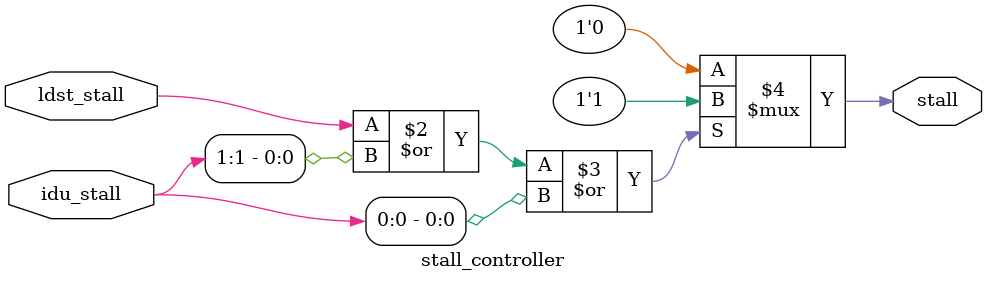
<source format=sv>
`timescale 1ns / 1ps

module stall_controller
(
    input [1:0]idu_stall,
    input ldst_stall,    
    output logic stall  
);

always_comb begin
    stall = (ldst_stall | idu_stall[1] | idu_stall[0]) ? 1'b1 : 1'b0;
end

endmodule: stall_controller

</source>
